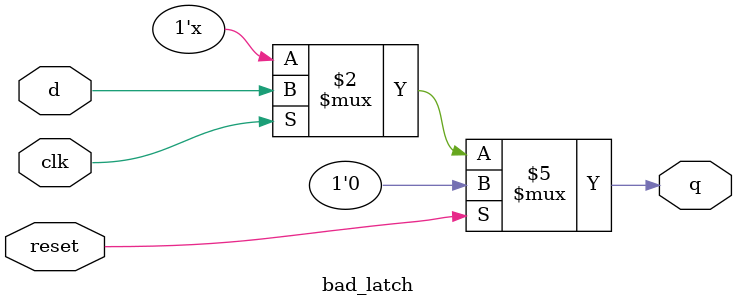
<source format=v>

module bad_latch (input clk , input reset , input d , output reg q);
always @ (clk,reset)
begin
	if(reset)
		q <= 1'b0;
	else if(clk)
		q <= d;
end
endmodule

</source>
